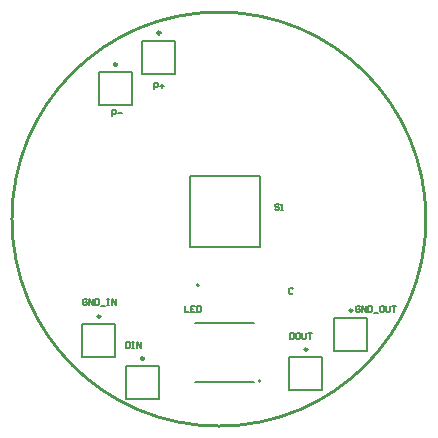
<source format=gbr>
%TF.GenerationSoftware,Altium Limited,Altium Designer,20.0.13 (296)*%
G04 Layer_Color=65535*
%FSLAX45Y45*%
%MOMM*%
%TF.FileFunction,Legend,Top*%
%TF.Part,Single*%
G01*
G75*
%TA.AperFunction,NonConductor*%
%ADD18C,0.20000*%
%ADD19C,0.25000*%
%ADD20C,0.25400*%
%ADD21C,0.12700*%
D18*
X12835600Y9306400D02*
G03*
X12835600Y9306400I-10000J0D01*
G01*
X13357700Y8496300D02*
G03*
X13357700Y8496300I-10000J0D01*
G01*
X13982401Y8750000D02*
Y9030000D01*
Y8750000D02*
X14262399D01*
Y9030000D01*
X13982401D02*
X14262399D01*
X12356800Y11379500D02*
X12636800D01*
Y11099500D02*
Y11379500D01*
X12356800Y11099500D02*
X12636800D01*
X12356800D02*
Y11379500D01*
X11988500Y11112800D02*
X12268500D01*
Y10832800D02*
Y11112800D01*
X11988500Y10832800D02*
X12268500D01*
X11988500D02*
Y11112800D01*
X13601401Y8419800D02*
Y8699800D01*
Y8419800D02*
X13881400D01*
Y8699800D01*
X13601401D02*
X13881400D01*
X12217100Y8343600D02*
Y8623600D01*
Y8343600D02*
X12497100D01*
Y8623600D01*
X12217100D02*
X12497100D01*
X11848800Y8699200D02*
Y8979200D01*
Y8699200D02*
X12128800D01*
Y8979200D01*
X11848800D02*
X12128800D01*
D19*
X14134900Y9095000D02*
G03*
X14134900Y9095000I-12500J0D01*
G01*
X12509300Y11444500D02*
G03*
X12509300Y11444500I-12500J0D01*
G01*
X12141000Y11177800D02*
G03*
X12141000Y11177800I-12500J0D01*
G01*
X13753900Y8764800D02*
G03*
X13753900Y8764800I-12500J0D01*
G01*
X12369600Y8688600D02*
G03*
X12369600Y8688600I-12500J0D01*
G01*
X12001300Y9044200D02*
G03*
X12001300Y9044200I-12500J0D01*
G01*
D20*
X14757430Y9867900D02*
G03*
X14757430Y9867900I-1752630J0D01*
G01*
D21*
X12755601Y10231399D02*
X13355598D01*
Y9631401D02*
Y10231399D01*
X12755601Y9631401D02*
X13355598D01*
X12755601D02*
Y10231399D01*
X12805598Y8487598D02*
X13305602D01*
X12805598Y8987602D02*
X13305602D01*
X14202876Y9127060D02*
X14194414Y9135524D01*
X14177486D01*
X14169022Y9127060D01*
Y9093204D01*
X14177486Y9084740D01*
X14194414D01*
X14202876Y9093204D01*
Y9110132D01*
X14185950D01*
X14219804Y9084740D02*
Y9135524D01*
X14253661Y9084740D01*
Y9135524D01*
X14270589D02*
Y9084740D01*
X14295981D01*
X14304443Y9093204D01*
Y9127060D01*
X14295981Y9135524D01*
X14270589D01*
X14321371Y9076276D02*
X14355228D01*
X14397548Y9135524D02*
X14380620D01*
X14372156Y9127060D01*
Y9093204D01*
X14380620Y9084740D01*
X14397548D01*
X14406010Y9093204D01*
Y9127060D01*
X14397548Y9135524D01*
X14422939D02*
Y9093204D01*
X14431403Y9084740D01*
X14448331D01*
X14456795Y9093204D01*
Y9135524D01*
X14473723D02*
X14507578D01*
X14490649D01*
Y9084740D01*
X12720320Y9128743D02*
Y9077960D01*
X12754176D01*
X12804959Y9128743D02*
X12771103D01*
Y9077960D01*
X12804959D01*
X12771103Y9103352D02*
X12788031D01*
X12821887Y9128743D02*
Y9077960D01*
X12847279D01*
X12855743Y9086424D01*
Y9120280D01*
X12847279Y9128743D01*
X12821887D01*
X13512801Y9986428D02*
X13504337Y9994892D01*
X13487408D01*
X13478944Y9986428D01*
Y9977964D01*
X13487408Y9969500D01*
X13504337D01*
X13512801Y9961036D01*
Y9952572D01*
X13504337Y9944108D01*
X13487408D01*
X13478944Y9952572D01*
X13529729Y9944108D02*
X13546655D01*
X13538193D01*
Y9994892D01*
X13529729Y9986428D01*
X12098881Y10744208D02*
Y10794992D01*
X12124272D01*
X12132736Y10786528D01*
Y10769600D01*
X12124272Y10761136D01*
X12098881D01*
X12149664Y10769600D02*
X12183520D01*
X12454481Y10972808D02*
Y11023592D01*
X12479872D01*
X12488336Y11015128D01*
Y10998200D01*
X12479872Y10989736D01*
X12454481D01*
X12505264Y10998200D02*
X12539120D01*
X12522192Y11015128D02*
Y10981272D01*
X11885496Y9183780D02*
X11877032Y9192243D01*
X11860104D01*
X11851640Y9183780D01*
Y9149924D01*
X11860104Y9141460D01*
X11877032D01*
X11885496Y9149924D01*
Y9166852D01*
X11868568D01*
X11902423Y9141460D02*
Y9192243D01*
X11936279Y9141460D01*
Y9192243D01*
X11953207D02*
Y9141460D01*
X11978599D01*
X11987063Y9149924D01*
Y9183780D01*
X11978599Y9192243D01*
X11953207D01*
X12003990Y9132996D02*
X12037846D01*
X12054774Y9192243D02*
X12071702D01*
X12063238D01*
Y9141460D01*
X12054774D01*
X12071702D01*
X12097094D02*
Y9192243D01*
X12130949Y9141460D01*
Y9192243D01*
X13604240Y8905223D02*
Y8854440D01*
X13629633D01*
X13638097Y8862904D01*
Y8896760D01*
X13629633Y8905223D01*
X13604240D01*
X13680415D02*
X13663487D01*
X13655023Y8896760D01*
Y8862904D01*
X13663487Y8854440D01*
X13680415D01*
X13688879Y8862904D01*
Y8896760D01*
X13680415Y8905223D01*
X13705807D02*
Y8862904D01*
X13714272Y8854440D01*
X13731200D01*
X13739664Y8862904D01*
Y8905223D01*
X13756590D02*
X13790446D01*
X13773518D01*
Y8854440D01*
X12219940Y8829023D02*
Y8778240D01*
X12245332D01*
X12253796Y8786704D01*
Y8820560D01*
X12245332Y8829023D01*
X12219940D01*
X12270723D02*
X12287651D01*
X12279188D01*
Y8778240D01*
X12270723D01*
X12287651D01*
X12313043D02*
Y8829023D01*
X12346899Y8778240D01*
Y8829023D01*
X13631328Y9276529D02*
X13622864Y9284992D01*
X13605936D01*
X13597472Y9276529D01*
Y9242673D01*
X13605936Y9234209D01*
X13622864D01*
X13631328Y9242673D01*
%TF.MD5,e8c20570757902ae7fdbb51cabe6f9fd*%
M02*

</source>
